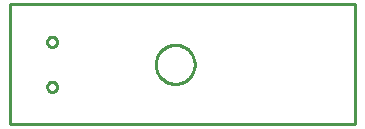
<source format=gbr>
G04 EAGLE Gerber RS-274X export*
G75*
%MOMM*%
%FSLAX34Y34*%
%LPD*%
%IN*%
%IPPOS*%
%AMOC8*
5,1,8,0,0,1.08239X$1,22.5*%
G01*
%ADD10C,0.254000*%


D10*
X0Y0D02*
X292100Y0D01*
X292100Y101600D01*
X0Y101600D01*
X0Y0D01*
X156210Y50260D02*
X156139Y49181D01*
X155998Y48109D01*
X155787Y47049D01*
X155508Y46005D01*
X155160Y44981D01*
X154746Y43983D01*
X154268Y43013D01*
X153728Y42077D01*
X153127Y41178D01*
X152469Y40321D01*
X151757Y39508D01*
X150992Y38744D01*
X150179Y38031D01*
X149322Y37373D01*
X148423Y36772D01*
X147487Y36232D01*
X146517Y35754D01*
X145519Y35340D01*
X144495Y34992D01*
X143451Y34713D01*
X142391Y34502D01*
X141319Y34361D01*
X140240Y34290D01*
X139160Y34290D01*
X138081Y34361D01*
X137009Y34502D01*
X135949Y34713D01*
X134905Y34992D01*
X133881Y35340D01*
X132883Y35754D01*
X131913Y36232D01*
X130977Y36772D01*
X130078Y37373D01*
X129221Y38031D01*
X128408Y38744D01*
X127644Y39508D01*
X126931Y40321D01*
X126273Y41178D01*
X125672Y42077D01*
X125132Y43013D01*
X124654Y43983D01*
X124240Y44981D01*
X123892Y46005D01*
X123613Y47049D01*
X123402Y48109D01*
X123261Y49181D01*
X123190Y50260D01*
X123190Y51340D01*
X123261Y52419D01*
X123402Y53491D01*
X123613Y54551D01*
X123892Y55595D01*
X124240Y56619D01*
X124654Y57617D01*
X125132Y58587D01*
X125672Y59523D01*
X126273Y60422D01*
X126931Y61279D01*
X127644Y62092D01*
X128408Y62857D01*
X129221Y63569D01*
X130078Y64227D01*
X130977Y64828D01*
X131913Y65368D01*
X132883Y65846D01*
X133881Y66260D01*
X134905Y66608D01*
X135949Y66887D01*
X137009Y67098D01*
X138081Y67239D01*
X139160Y67310D01*
X140240Y67310D01*
X141319Y67239D01*
X142391Y67098D01*
X143451Y66887D01*
X144495Y66608D01*
X145519Y66260D01*
X146517Y65846D01*
X147487Y65368D01*
X148423Y64828D01*
X149322Y64227D01*
X150179Y63569D01*
X150992Y62857D01*
X151757Y62092D01*
X152469Y61279D01*
X153127Y60422D01*
X153728Y59523D01*
X154268Y58587D01*
X154746Y57617D01*
X155160Y56619D01*
X155508Y55595D01*
X155787Y54551D01*
X155998Y53491D01*
X156139Y52419D01*
X156210Y51340D01*
X156210Y50260D01*
X39661Y69521D02*
X39589Y68969D01*
X39444Y68431D01*
X39231Y67916D01*
X38953Y67434D01*
X38613Y66992D01*
X38219Y66598D01*
X37777Y66259D01*
X37295Y65980D01*
X36780Y65767D01*
X36242Y65623D01*
X35690Y65550D01*
X35133Y65550D01*
X34580Y65623D01*
X34042Y65767D01*
X33527Y65980D01*
X33045Y66259D01*
X32603Y66598D01*
X32209Y66992D01*
X31870Y67434D01*
X31591Y67916D01*
X31378Y68431D01*
X31234Y68969D01*
X31161Y69521D01*
X31161Y70079D01*
X31234Y70631D01*
X31378Y71169D01*
X31591Y71684D01*
X31870Y72166D01*
X32209Y72608D01*
X32603Y73002D01*
X33045Y73341D01*
X33527Y73620D01*
X34042Y73833D01*
X34580Y73977D01*
X35133Y74050D01*
X35690Y74050D01*
X36242Y73977D01*
X36780Y73833D01*
X37295Y73620D01*
X37777Y73341D01*
X38219Y73002D01*
X38613Y72608D01*
X38953Y72166D01*
X39231Y71684D01*
X39444Y71169D01*
X39589Y70631D01*
X39661Y70079D01*
X39661Y69521D01*
X39661Y31521D02*
X39589Y30969D01*
X39444Y30431D01*
X39231Y29916D01*
X38953Y29434D01*
X38613Y28992D01*
X38219Y28598D01*
X37777Y28259D01*
X37295Y27980D01*
X36780Y27767D01*
X36242Y27623D01*
X35690Y27550D01*
X35133Y27550D01*
X34580Y27623D01*
X34042Y27767D01*
X33527Y27980D01*
X33045Y28259D01*
X32603Y28598D01*
X32209Y28992D01*
X31870Y29434D01*
X31591Y29916D01*
X31378Y30431D01*
X31234Y30969D01*
X31161Y31521D01*
X31161Y32079D01*
X31234Y32631D01*
X31378Y33169D01*
X31591Y33684D01*
X31870Y34166D01*
X32209Y34608D01*
X32603Y35002D01*
X33045Y35341D01*
X33527Y35620D01*
X34042Y35833D01*
X34580Y35977D01*
X35133Y36050D01*
X35690Y36050D01*
X36242Y35977D01*
X36780Y35833D01*
X37295Y35620D01*
X37777Y35341D01*
X38219Y35002D01*
X38613Y34608D01*
X38953Y34166D01*
X39231Y33684D01*
X39444Y33169D01*
X39589Y32631D01*
X39661Y32079D01*
X39661Y31521D01*
M02*

</source>
